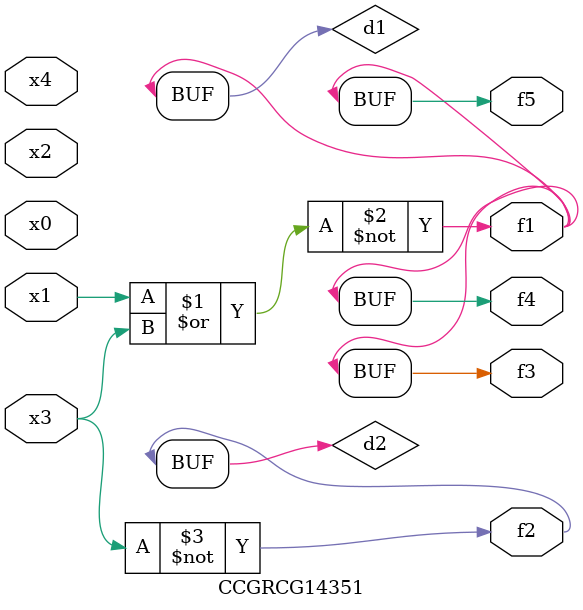
<source format=v>
module CCGRCG14351(
	input x0, x1, x2, x3, x4,
	output f1, f2, f3, f4, f5
);

	wire d1, d2;

	nor (d1, x1, x3);
	not (d2, x3);
	assign f1 = d1;
	assign f2 = d2;
	assign f3 = d1;
	assign f4 = d1;
	assign f5 = d1;
endmodule

</source>
